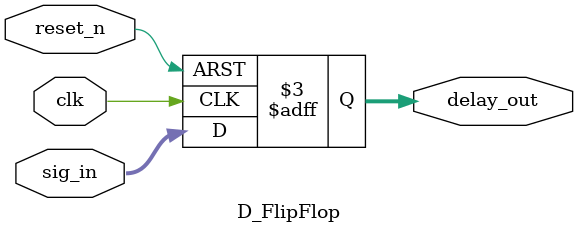
<source format=v>
`timescale 1ns / 1ps


module D_FlipFlop #(parameter N=16) (
    input clk, reset_n, 
    input [N-1:0] sig_in,
    output reg [N-1:0] delay_out

    );
    
    always @(posedge clk, negedge reset_n)
    begin
        if(~reset_n)
            delay_out <= 'b0;
        else
            delay_out <= sig_in;
    end
    
    
endmodule

</source>
